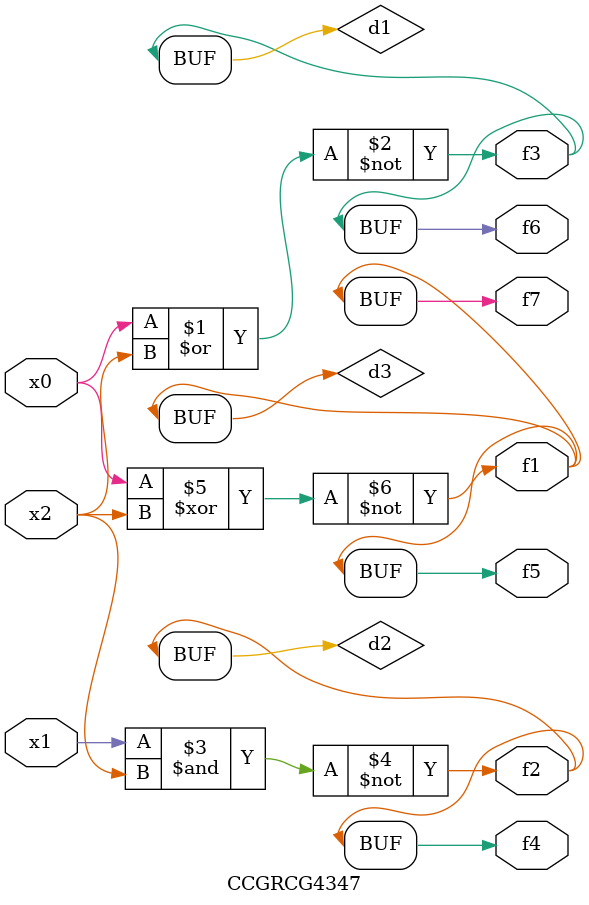
<source format=v>
module CCGRCG4347(
	input x0, x1, x2,
	output f1, f2, f3, f4, f5, f6, f7
);

	wire d1, d2, d3;

	nor (d1, x0, x2);
	nand (d2, x1, x2);
	xnor (d3, x0, x2);
	assign f1 = d3;
	assign f2 = d2;
	assign f3 = d1;
	assign f4 = d2;
	assign f5 = d3;
	assign f6 = d1;
	assign f7 = d3;
endmodule

</source>
